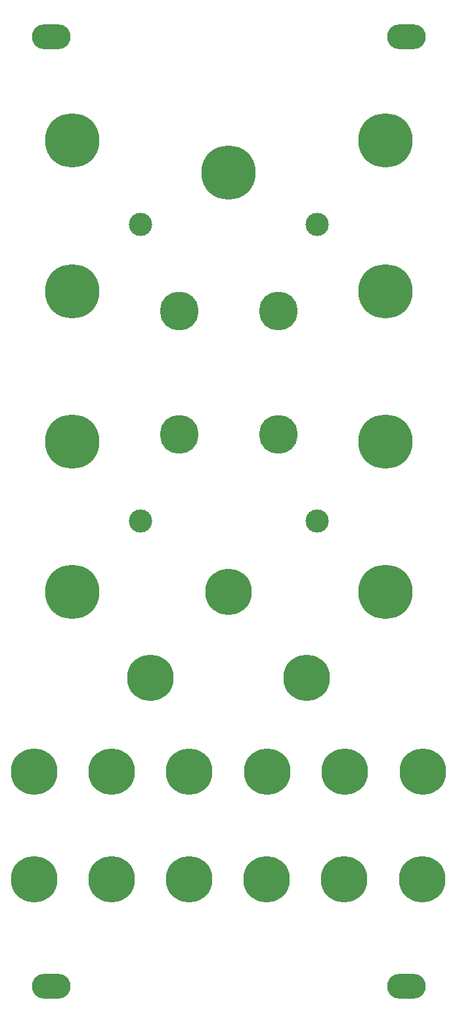
<source format=gbr>
%TF.GenerationSoftware,KiCad,Pcbnew,(5.99.0-12348-g4b436fb86d)*%
%TF.CreationDate,2021-09-22T22:38:01+01:00*%
%TF.ProjectId,Ampelope_Panel,416d7065-6c6f-4706-955f-50616e656c2e,rev?*%
%TF.SameCoordinates,Original*%
%TF.FileFunction,Soldermask,Bot*%
%TF.FilePolarity,Negative*%
%FSLAX46Y46*%
G04 Gerber Fmt 4.6, Leading zero omitted, Abs format (unit mm)*
G04 Created by KiCad (PCBNEW (5.99.0-12348-g4b436fb86d)) date 2021-09-22 22:38:01*
%MOMM*%
%LPD*%
G01*
G04 APERTURE LIST*
%ADD10C,5.000000*%
%ADD11C,7.000000*%
%ADD12O,5.000000X3.200000*%
%ADD13C,6.000000*%
%ADD14C,3.000000*%
G04 APERTURE END LIST*
D10*
%TO.C,TYPE*%
X123900000Y-79300000D03*
%TD*%
D11*
%TO.C,MIX*%
X150500000Y-115500000D03*
%TD*%
D12*
%TO.C,Ref\u002A\u002A*%
X107400000Y-43900000D03*
%TD*%
%TO.C,Ref\u002A\u002A*%
X153200000Y-166400000D03*
%TD*%
D10*
%TO.C,TYPE*%
X123900000Y-95200000D03*
%TD*%
D11*
%TO.C,MIX*%
X150500000Y-96100000D03*
%TD*%
D12*
%TO.C,Ref\u002A\u002A*%
X153200000Y-43900000D03*
%TD*%
D10*
%TO.C,TYPE*%
X136700000Y-79300000D03*
%TD*%
D13*
%TO.C,Ref\u002A\u002A*%
X155200000Y-152600000D03*
%TD*%
%TO.C,Ref\u002A\u002A*%
X135200000Y-152600000D03*
%TD*%
%TO.C,Ref\u002A\u002A*%
X115220000Y-138700000D03*
%TD*%
D12*
%TO.C,Ref\u002A\u002A*%
X107400000Y-166400000D03*
%TD*%
D13*
%TO.C,Ref\u002A\u002A*%
X155300000Y-138700000D03*
%TD*%
%TO.C,Ref\u002A\u002A*%
X115200000Y-152600000D03*
%TD*%
%TO.C,Ref\u002A\u002A*%
X120200000Y-126600000D03*
%TD*%
D11*
%TO.C,MIX*%
X130300000Y-61400000D03*
%TD*%
D10*
%TO.C,TYPE*%
X136700000Y-95200000D03*
%TD*%
D11*
%TO.C,MIX*%
X150500000Y-76700000D03*
%TD*%
D13*
%TO.C,Ref\u002A\u002A*%
X135260000Y-138700000D03*
%TD*%
D11*
%TO.C,MIX*%
X110100000Y-96100000D03*
%TD*%
D14*
%TO.C,Ref\u002A\u002A*%
X141700000Y-68100000D03*
%TD*%
D11*
%TO.C,MIX*%
X110100000Y-57300000D03*
%TD*%
D13*
%TO.C,Ref\u002A\u002A*%
X145200000Y-152600000D03*
%TD*%
D11*
%TO.C,MIX*%
X110100000Y-76700000D03*
%TD*%
%TO.C,MIX*%
X150500000Y-57300000D03*
%TD*%
D13*
%TO.C,Ref\u002A\u002A*%
X105200000Y-138700000D03*
%TD*%
D14*
%TO.C,LED_L*%
X118900000Y-68100000D03*
%TD*%
D13*
%TO.C,Ref\u002A\u002A*%
X125200000Y-152600000D03*
%TD*%
%TO.C,Ref\u002A\u002A*%
X130300000Y-115500000D03*
%TD*%
D14*
%TO.C,LED_L*%
X141700000Y-106400000D03*
%TD*%
D13*
%TO.C,Ref\u002A\u002A*%
X105200000Y-152600000D03*
%TD*%
%TO.C,Ref\u002A\u002A*%
X140300000Y-126600000D03*
%TD*%
D11*
%TO.C,MIX*%
X110100000Y-115500000D03*
%TD*%
D13*
%TO.C,Ref\u002A\u002A*%
X125200000Y-138700000D03*
%TD*%
D14*
%TO.C,LED_L*%
X118900000Y-106400000D03*
%TD*%
D13*
%TO.C,Ref\u002A\u002A*%
X145280000Y-138700000D03*
%TD*%
M02*

</source>
